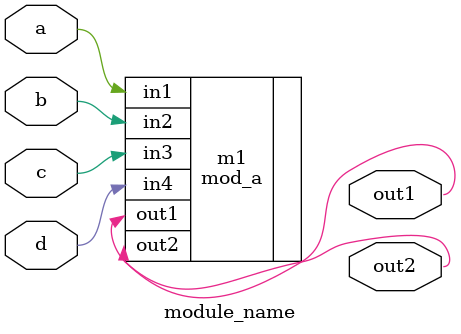
<source format=v>
module module_name( 
    input a, 
    input b, 
    input c,
    input d,
    output out1,
    output out2
);

mod_a m1 (
  				.out1(out1),
    			.out2(out2),
    			.in1(a),
    			.in2(b),
    			.in3(c),
    			.in4(d)
);
endmodule


</source>
